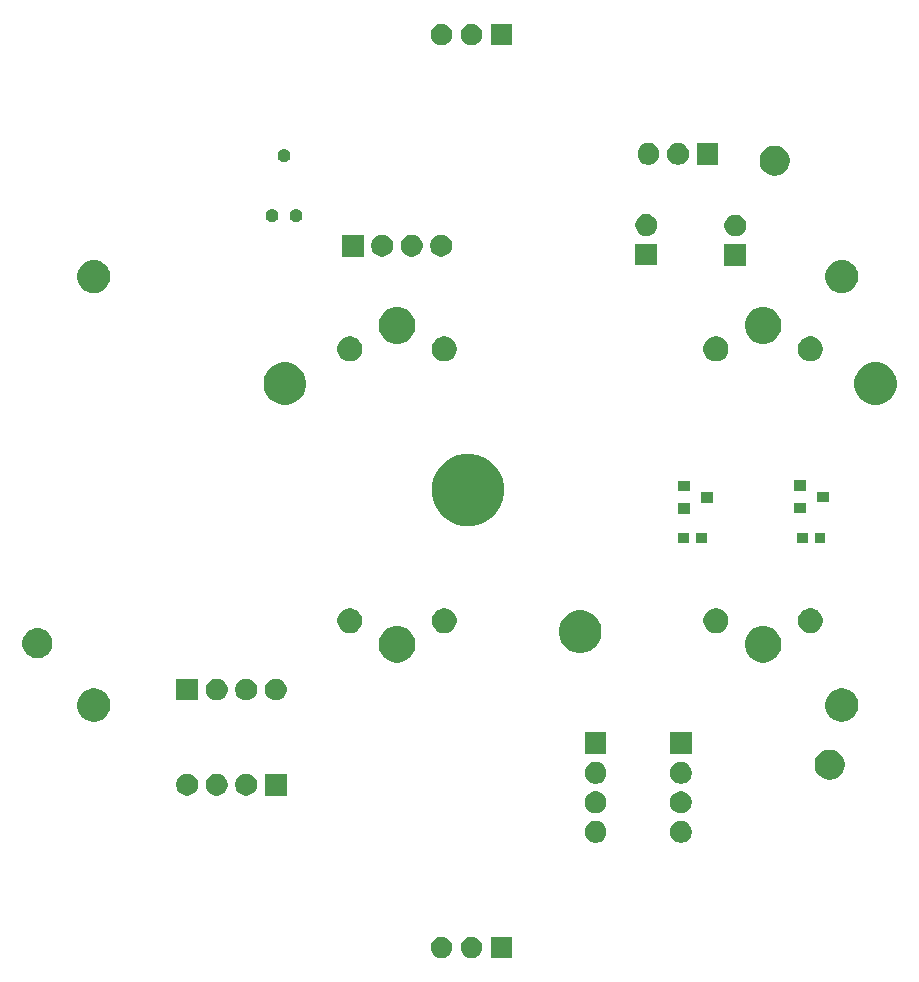
<source format=gbr>
G04 #@! TF.GenerationSoftware,KiCad,Pcbnew,(5.1.5)-3*
G04 #@! TF.CreationDate,2020-09-03T11:23:44+02:00*
G04 #@! TF.ProjectId,StepperClockK02,53746570-7065-4724-936c-6f636b4b3032,v1.5*
G04 #@! TF.SameCoordinates,Original*
G04 #@! TF.FileFunction,Soldermask,Bot*
G04 #@! TF.FilePolarity,Negative*
%FSLAX46Y46*%
G04 Gerber Fmt 4.6, Leading zero omitted, Abs format (unit mm)*
G04 Created by KiCad (PCBNEW (5.1.5)-3) date 2020-09-03 11:23:44*
%MOMM*%
%LPD*%
G04 APERTURE LIST*
%ADD10C,0.100000*%
G04 APERTURE END LIST*
D10*
G36*
X104278800Y-182451740D02*
G01*
X102476800Y-182451740D01*
X102476800Y-180649740D01*
X104278800Y-180649740D01*
X104278800Y-182451740D01*
G37*
G36*
X100951312Y-180654667D02*
G01*
X101100612Y-180684364D01*
X101264584Y-180752284D01*
X101412154Y-180850887D01*
X101537653Y-180976386D01*
X101636256Y-181123956D01*
X101704176Y-181287928D01*
X101738800Y-181461999D01*
X101738800Y-181639481D01*
X101704176Y-181813552D01*
X101636256Y-181977524D01*
X101537653Y-182125094D01*
X101412154Y-182250593D01*
X101264584Y-182349196D01*
X101100612Y-182417116D01*
X100951312Y-182446813D01*
X100926542Y-182451740D01*
X100749058Y-182451740D01*
X100724288Y-182446813D01*
X100574988Y-182417116D01*
X100411016Y-182349196D01*
X100263446Y-182250593D01*
X100137947Y-182125094D01*
X100039344Y-181977524D01*
X99971424Y-181813552D01*
X99936800Y-181639481D01*
X99936800Y-181461999D01*
X99971424Y-181287928D01*
X100039344Y-181123956D01*
X100137947Y-180976386D01*
X100263446Y-180850887D01*
X100411016Y-180752284D01*
X100574988Y-180684364D01*
X100724288Y-180654667D01*
X100749058Y-180649740D01*
X100926542Y-180649740D01*
X100951312Y-180654667D01*
G37*
G36*
X98411312Y-180654667D02*
G01*
X98560612Y-180684364D01*
X98724584Y-180752284D01*
X98872154Y-180850887D01*
X98997653Y-180976386D01*
X99096256Y-181123956D01*
X99164176Y-181287928D01*
X99198800Y-181461999D01*
X99198800Y-181639481D01*
X99164176Y-181813552D01*
X99096256Y-181977524D01*
X98997653Y-182125094D01*
X98872154Y-182250593D01*
X98724584Y-182349196D01*
X98560612Y-182417116D01*
X98411312Y-182446813D01*
X98386542Y-182451740D01*
X98209058Y-182451740D01*
X98184288Y-182446813D01*
X98034988Y-182417116D01*
X97871016Y-182349196D01*
X97723446Y-182250593D01*
X97597947Y-182125094D01*
X97499344Y-181977524D01*
X97431424Y-181813552D01*
X97396800Y-181639481D01*
X97396800Y-181461999D01*
X97431424Y-181287928D01*
X97499344Y-181123956D01*
X97597947Y-180976386D01*
X97723446Y-180850887D01*
X97871016Y-180752284D01*
X98034988Y-180684364D01*
X98184288Y-180654667D01*
X98209058Y-180649740D01*
X98386542Y-180649740D01*
X98411312Y-180654667D01*
G37*
G36*
X111615904Y-170880325D02*
G01*
X111784426Y-170950129D01*
X111936091Y-171051468D01*
X112065072Y-171180449D01*
X112166411Y-171332114D01*
X112236215Y-171500636D01*
X112271800Y-171679537D01*
X112271800Y-171861943D01*
X112236215Y-172040844D01*
X112166411Y-172209366D01*
X112065072Y-172361031D01*
X111936091Y-172490012D01*
X111784426Y-172591351D01*
X111615904Y-172661155D01*
X111437003Y-172696740D01*
X111254597Y-172696740D01*
X111075696Y-172661155D01*
X110907174Y-172591351D01*
X110755509Y-172490012D01*
X110626528Y-172361031D01*
X110525189Y-172209366D01*
X110455385Y-172040844D01*
X110419800Y-171861943D01*
X110419800Y-171679537D01*
X110455385Y-171500636D01*
X110525189Y-171332114D01*
X110626528Y-171180449D01*
X110755509Y-171051468D01*
X110907174Y-170950129D01*
X111075696Y-170880325D01*
X111254597Y-170844740D01*
X111437003Y-170844740D01*
X111615904Y-170880325D01*
G37*
G36*
X118845904Y-170880325D02*
G01*
X119014426Y-170950129D01*
X119166091Y-171051468D01*
X119295072Y-171180449D01*
X119396411Y-171332114D01*
X119466215Y-171500636D01*
X119501800Y-171679537D01*
X119501800Y-171861943D01*
X119466215Y-172040844D01*
X119396411Y-172209366D01*
X119295072Y-172361031D01*
X119166091Y-172490012D01*
X119014426Y-172591351D01*
X118845904Y-172661155D01*
X118667003Y-172696740D01*
X118484597Y-172696740D01*
X118305696Y-172661155D01*
X118137174Y-172591351D01*
X117985509Y-172490012D01*
X117856528Y-172361031D01*
X117755189Y-172209366D01*
X117685385Y-172040844D01*
X117649800Y-171861943D01*
X117649800Y-171679537D01*
X117685385Y-171500636D01*
X117755189Y-171332114D01*
X117856528Y-171180449D01*
X117985509Y-171051468D01*
X118137174Y-170950129D01*
X118305696Y-170880325D01*
X118484597Y-170844740D01*
X118667003Y-170844740D01*
X118845904Y-170880325D01*
G37*
G36*
X118845904Y-168380325D02*
G01*
X119014426Y-168450129D01*
X119166091Y-168551468D01*
X119295072Y-168680449D01*
X119396411Y-168832114D01*
X119466215Y-169000636D01*
X119501800Y-169179537D01*
X119501800Y-169361943D01*
X119466215Y-169540844D01*
X119396411Y-169709366D01*
X119295072Y-169861031D01*
X119166091Y-169990012D01*
X119014426Y-170091351D01*
X118845904Y-170161155D01*
X118667003Y-170196740D01*
X118484597Y-170196740D01*
X118305696Y-170161155D01*
X118137174Y-170091351D01*
X117985509Y-169990012D01*
X117856528Y-169861031D01*
X117755189Y-169709366D01*
X117685385Y-169540844D01*
X117649800Y-169361943D01*
X117649800Y-169179537D01*
X117685385Y-169000636D01*
X117755189Y-168832114D01*
X117856528Y-168680449D01*
X117985509Y-168551468D01*
X118137174Y-168450129D01*
X118305696Y-168380325D01*
X118484597Y-168344740D01*
X118667003Y-168344740D01*
X118845904Y-168380325D01*
G37*
G36*
X111615904Y-168380325D02*
G01*
X111784426Y-168450129D01*
X111936091Y-168551468D01*
X112065072Y-168680449D01*
X112166411Y-168832114D01*
X112236215Y-169000636D01*
X112271800Y-169179537D01*
X112271800Y-169361943D01*
X112236215Y-169540844D01*
X112166411Y-169709366D01*
X112065072Y-169861031D01*
X111936091Y-169990012D01*
X111784426Y-170091351D01*
X111615904Y-170161155D01*
X111437003Y-170196740D01*
X111254597Y-170196740D01*
X111075696Y-170161155D01*
X110907174Y-170091351D01*
X110755509Y-169990012D01*
X110626528Y-169861031D01*
X110525189Y-169709366D01*
X110455385Y-169540844D01*
X110419800Y-169361943D01*
X110419800Y-169179537D01*
X110455385Y-169000636D01*
X110525189Y-168832114D01*
X110626528Y-168680449D01*
X110755509Y-168551468D01*
X110907174Y-168450129D01*
X111075696Y-168380325D01*
X111254597Y-168344740D01*
X111437003Y-168344740D01*
X111615904Y-168380325D01*
G37*
G36*
X82035904Y-166880325D02*
G01*
X82204426Y-166950129D01*
X82356091Y-167051468D01*
X82485072Y-167180449D01*
X82586411Y-167332114D01*
X82656215Y-167500636D01*
X82691800Y-167679537D01*
X82691800Y-167861943D01*
X82656215Y-168040844D01*
X82586411Y-168209366D01*
X82485072Y-168361031D01*
X82356091Y-168490012D01*
X82204426Y-168591351D01*
X82035904Y-168661155D01*
X81857003Y-168696740D01*
X81674597Y-168696740D01*
X81495696Y-168661155D01*
X81327174Y-168591351D01*
X81175509Y-168490012D01*
X81046528Y-168361031D01*
X80945189Y-168209366D01*
X80875385Y-168040844D01*
X80839800Y-167861943D01*
X80839800Y-167679537D01*
X80875385Y-167500636D01*
X80945189Y-167332114D01*
X81046528Y-167180449D01*
X81175509Y-167051468D01*
X81327174Y-166950129D01*
X81495696Y-166880325D01*
X81674597Y-166844740D01*
X81857003Y-166844740D01*
X82035904Y-166880325D01*
G37*
G36*
X79535904Y-166880325D02*
G01*
X79704426Y-166950129D01*
X79856091Y-167051468D01*
X79985072Y-167180449D01*
X80086411Y-167332114D01*
X80156215Y-167500636D01*
X80191800Y-167679537D01*
X80191800Y-167861943D01*
X80156215Y-168040844D01*
X80086411Y-168209366D01*
X79985072Y-168361031D01*
X79856091Y-168490012D01*
X79704426Y-168591351D01*
X79535904Y-168661155D01*
X79357003Y-168696740D01*
X79174597Y-168696740D01*
X78995696Y-168661155D01*
X78827174Y-168591351D01*
X78675509Y-168490012D01*
X78546528Y-168361031D01*
X78445189Y-168209366D01*
X78375385Y-168040844D01*
X78339800Y-167861943D01*
X78339800Y-167679537D01*
X78375385Y-167500636D01*
X78445189Y-167332114D01*
X78546528Y-167180449D01*
X78675509Y-167051468D01*
X78827174Y-166950129D01*
X78995696Y-166880325D01*
X79174597Y-166844740D01*
X79357003Y-166844740D01*
X79535904Y-166880325D01*
G37*
G36*
X77035904Y-166880325D02*
G01*
X77204426Y-166950129D01*
X77356091Y-167051468D01*
X77485072Y-167180449D01*
X77586411Y-167332114D01*
X77656215Y-167500636D01*
X77691800Y-167679537D01*
X77691800Y-167861943D01*
X77656215Y-168040844D01*
X77586411Y-168209366D01*
X77485072Y-168361031D01*
X77356091Y-168490012D01*
X77204426Y-168591351D01*
X77035904Y-168661155D01*
X76857003Y-168696740D01*
X76674597Y-168696740D01*
X76495696Y-168661155D01*
X76327174Y-168591351D01*
X76175509Y-168490012D01*
X76046528Y-168361031D01*
X75945189Y-168209366D01*
X75875385Y-168040844D01*
X75839800Y-167861943D01*
X75839800Y-167679537D01*
X75875385Y-167500636D01*
X75945189Y-167332114D01*
X76046528Y-167180449D01*
X76175509Y-167051468D01*
X76327174Y-166950129D01*
X76495696Y-166880325D01*
X76674597Y-166844740D01*
X76857003Y-166844740D01*
X77035904Y-166880325D01*
G37*
G36*
X85191800Y-168696740D02*
G01*
X83339800Y-168696740D01*
X83339800Y-166844740D01*
X85191800Y-166844740D01*
X85191800Y-168696740D01*
G37*
G36*
X111615904Y-165880325D02*
G01*
X111784426Y-165950129D01*
X111936091Y-166051468D01*
X112065072Y-166180449D01*
X112166411Y-166332114D01*
X112236215Y-166500636D01*
X112271800Y-166679537D01*
X112271800Y-166861943D01*
X112236215Y-167040844D01*
X112166411Y-167209366D01*
X112065072Y-167361031D01*
X111936091Y-167490012D01*
X111784426Y-167591351D01*
X111615904Y-167661155D01*
X111437003Y-167696740D01*
X111254597Y-167696740D01*
X111075696Y-167661155D01*
X110907174Y-167591351D01*
X110755509Y-167490012D01*
X110626528Y-167361031D01*
X110525189Y-167209366D01*
X110455385Y-167040844D01*
X110419800Y-166861943D01*
X110419800Y-166679537D01*
X110455385Y-166500636D01*
X110525189Y-166332114D01*
X110626528Y-166180449D01*
X110755509Y-166051468D01*
X110907174Y-165950129D01*
X111075696Y-165880325D01*
X111254597Y-165844740D01*
X111437003Y-165844740D01*
X111615904Y-165880325D01*
G37*
G36*
X118845904Y-165880325D02*
G01*
X119014426Y-165950129D01*
X119166091Y-166051468D01*
X119295072Y-166180449D01*
X119396411Y-166332114D01*
X119466215Y-166500636D01*
X119501800Y-166679537D01*
X119501800Y-166861943D01*
X119466215Y-167040844D01*
X119396411Y-167209366D01*
X119295072Y-167361031D01*
X119166091Y-167490012D01*
X119014426Y-167591351D01*
X118845904Y-167661155D01*
X118667003Y-167696740D01*
X118484597Y-167696740D01*
X118305696Y-167661155D01*
X118137174Y-167591351D01*
X117985509Y-167490012D01*
X117856528Y-167361031D01*
X117755189Y-167209366D01*
X117685385Y-167040844D01*
X117649800Y-166861943D01*
X117649800Y-166679537D01*
X117685385Y-166500636D01*
X117755189Y-166332114D01*
X117856528Y-166180449D01*
X117985509Y-166051468D01*
X118137174Y-165950129D01*
X118305696Y-165880325D01*
X118484597Y-165844740D01*
X118667003Y-165844740D01*
X118845904Y-165880325D01*
G37*
G36*
X131413565Y-164825143D02*
G01*
X131536245Y-164849545D01*
X131767371Y-164945281D01*
X131975378Y-165084267D01*
X132152273Y-165261162D01*
X132291259Y-165469169D01*
X132386995Y-165700295D01*
X132435800Y-165945656D01*
X132435800Y-166195824D01*
X132386995Y-166441185D01*
X132291259Y-166672311D01*
X132221295Y-166777019D01*
X132176046Y-166844740D01*
X132152273Y-166880318D01*
X131975378Y-167057213D01*
X131767371Y-167196199D01*
X131536245Y-167291935D01*
X131413564Y-167316338D01*
X131290885Y-167340740D01*
X131040715Y-167340740D01*
X130918036Y-167316338D01*
X130795355Y-167291935D01*
X130564229Y-167196199D01*
X130356222Y-167057213D01*
X130179327Y-166880318D01*
X130155555Y-166844740D01*
X130110305Y-166777019D01*
X130040341Y-166672311D01*
X129944605Y-166441185D01*
X129895800Y-166195824D01*
X129895800Y-165945656D01*
X129944605Y-165700295D01*
X130040341Y-165469169D01*
X130179327Y-165261162D01*
X130356222Y-165084267D01*
X130564229Y-164945281D01*
X130795355Y-164849545D01*
X130918035Y-164825143D01*
X131040715Y-164800740D01*
X131290885Y-164800740D01*
X131413565Y-164825143D01*
G37*
G36*
X112271800Y-165196740D02*
G01*
X110419800Y-165196740D01*
X110419800Y-163344740D01*
X112271800Y-163344740D01*
X112271800Y-165196740D01*
G37*
G36*
X119501800Y-165196740D02*
G01*
X117649800Y-165196740D01*
X117649800Y-163344740D01*
X119501800Y-163344740D01*
X119501800Y-165196740D01*
G37*
G36*
X132504233Y-159665633D02*
G01*
X132594457Y-159683579D01*
X132700067Y-159727325D01*
X132849421Y-159789189D01*
X132925563Y-159840065D01*
X133078886Y-159942512D01*
X133274028Y-160137654D01*
X133288535Y-160159366D01*
X133427351Y-160367119D01*
X133457544Y-160440011D01*
X133532961Y-160622083D01*
X133550907Y-160712307D01*
X133586800Y-160892752D01*
X133586800Y-161168728D01*
X133532961Y-161439396D01*
X133427351Y-161694361D01*
X133427350Y-161694362D01*
X133274028Y-161923826D01*
X133078886Y-162118968D01*
X132925563Y-162221415D01*
X132849421Y-162272291D01*
X132700067Y-162334155D01*
X132594457Y-162377901D01*
X132504233Y-162395847D01*
X132323788Y-162431740D01*
X132047812Y-162431740D01*
X131867367Y-162395847D01*
X131777143Y-162377901D01*
X131671533Y-162334155D01*
X131522179Y-162272291D01*
X131446037Y-162221415D01*
X131292714Y-162118968D01*
X131097572Y-161923826D01*
X130944250Y-161694362D01*
X130944249Y-161694361D01*
X130838639Y-161439396D01*
X130784800Y-161168728D01*
X130784800Y-160892752D01*
X130820693Y-160712307D01*
X130838639Y-160622083D01*
X130914056Y-160440011D01*
X130944249Y-160367119D01*
X131083065Y-160159366D01*
X131097572Y-160137654D01*
X131292714Y-159942512D01*
X131446037Y-159840065D01*
X131522179Y-159789189D01*
X131671533Y-159727325D01*
X131777143Y-159683579D01*
X131867367Y-159665633D01*
X132047812Y-159629740D01*
X132323788Y-159629740D01*
X132504233Y-159665633D01*
G37*
G36*
X69184233Y-159665633D02*
G01*
X69274457Y-159683579D01*
X69380067Y-159727325D01*
X69529421Y-159789189D01*
X69605563Y-159840065D01*
X69758886Y-159942512D01*
X69954028Y-160137654D01*
X69968535Y-160159366D01*
X70107351Y-160367119D01*
X70137544Y-160440011D01*
X70212961Y-160622083D01*
X70230907Y-160712307D01*
X70266800Y-160892752D01*
X70266800Y-161168728D01*
X70212961Y-161439396D01*
X70107351Y-161694361D01*
X70107350Y-161694362D01*
X69954028Y-161923826D01*
X69758886Y-162118968D01*
X69605563Y-162221415D01*
X69529421Y-162272291D01*
X69380067Y-162334155D01*
X69274457Y-162377901D01*
X69184233Y-162395847D01*
X69003788Y-162431740D01*
X68727812Y-162431740D01*
X68547367Y-162395847D01*
X68457143Y-162377901D01*
X68351533Y-162334155D01*
X68202179Y-162272291D01*
X68126037Y-162221415D01*
X67972714Y-162118968D01*
X67777572Y-161923826D01*
X67624250Y-161694362D01*
X67624249Y-161694361D01*
X67518639Y-161439396D01*
X67464800Y-161168728D01*
X67464800Y-160892752D01*
X67500693Y-160712307D01*
X67518639Y-160622083D01*
X67594056Y-160440011D01*
X67624249Y-160367119D01*
X67763065Y-160159366D01*
X67777572Y-160137654D01*
X67972714Y-159942512D01*
X68126037Y-159840065D01*
X68202179Y-159789189D01*
X68351533Y-159727325D01*
X68457143Y-159683579D01*
X68547367Y-159665633D01*
X68727812Y-159629740D01*
X69003788Y-159629740D01*
X69184233Y-159665633D01*
G37*
G36*
X84535904Y-158830325D02*
G01*
X84704426Y-158900129D01*
X84856091Y-159001468D01*
X84985072Y-159130449D01*
X85086411Y-159282114D01*
X85156215Y-159450636D01*
X85191800Y-159629537D01*
X85191800Y-159811943D01*
X85156215Y-159990844D01*
X85086411Y-160159366D01*
X84985072Y-160311031D01*
X84856091Y-160440012D01*
X84704426Y-160541351D01*
X84535904Y-160611155D01*
X84357003Y-160646740D01*
X84174597Y-160646740D01*
X83995696Y-160611155D01*
X83827174Y-160541351D01*
X83675509Y-160440012D01*
X83546528Y-160311031D01*
X83445189Y-160159366D01*
X83375385Y-159990844D01*
X83339800Y-159811943D01*
X83339800Y-159629537D01*
X83375385Y-159450636D01*
X83445189Y-159282114D01*
X83546528Y-159130449D01*
X83675509Y-159001468D01*
X83827174Y-158900129D01*
X83995696Y-158830325D01*
X84174597Y-158794740D01*
X84357003Y-158794740D01*
X84535904Y-158830325D01*
G37*
G36*
X77691800Y-160646740D02*
G01*
X75839800Y-160646740D01*
X75839800Y-158794740D01*
X77691800Y-158794740D01*
X77691800Y-160646740D01*
G37*
G36*
X79535904Y-158830325D02*
G01*
X79704426Y-158900129D01*
X79856091Y-159001468D01*
X79985072Y-159130449D01*
X80086411Y-159282114D01*
X80156215Y-159450636D01*
X80191800Y-159629537D01*
X80191800Y-159811943D01*
X80156215Y-159990844D01*
X80086411Y-160159366D01*
X79985072Y-160311031D01*
X79856091Y-160440012D01*
X79704426Y-160541351D01*
X79535904Y-160611155D01*
X79357003Y-160646740D01*
X79174597Y-160646740D01*
X78995696Y-160611155D01*
X78827174Y-160541351D01*
X78675509Y-160440012D01*
X78546528Y-160311031D01*
X78445189Y-160159366D01*
X78375385Y-159990844D01*
X78339800Y-159811943D01*
X78339800Y-159629537D01*
X78375385Y-159450636D01*
X78445189Y-159282114D01*
X78546528Y-159130449D01*
X78675509Y-159001468D01*
X78827174Y-158900129D01*
X78995696Y-158830325D01*
X79174597Y-158794740D01*
X79357003Y-158794740D01*
X79535904Y-158830325D01*
G37*
G36*
X82035904Y-158830325D02*
G01*
X82204426Y-158900129D01*
X82356091Y-159001468D01*
X82485072Y-159130449D01*
X82586411Y-159282114D01*
X82656215Y-159450636D01*
X82691800Y-159629537D01*
X82691800Y-159811943D01*
X82656215Y-159990844D01*
X82586411Y-160159366D01*
X82485072Y-160311031D01*
X82356091Y-160440012D01*
X82204426Y-160541351D01*
X82035904Y-160611155D01*
X81857003Y-160646740D01*
X81674597Y-160646740D01*
X81495696Y-160611155D01*
X81327174Y-160541351D01*
X81175509Y-160440012D01*
X81046528Y-160311031D01*
X80945189Y-160159366D01*
X80875385Y-159990844D01*
X80839800Y-159811943D01*
X80839800Y-159629537D01*
X80875385Y-159450636D01*
X80945189Y-159282114D01*
X81046528Y-159130449D01*
X81175509Y-159001468D01*
X81327174Y-158900129D01*
X81495696Y-158830325D01*
X81674597Y-158794740D01*
X81857003Y-158794740D01*
X82035904Y-158830325D01*
G37*
G36*
X94838385Y-154359542D02*
G01*
X94988210Y-154389344D01*
X95270474Y-154506261D01*
X95524505Y-154675999D01*
X95740541Y-154892035D01*
X95910279Y-155146066D01*
X96027196Y-155428330D01*
X96086800Y-155727980D01*
X96086800Y-156033500D01*
X96027196Y-156333150D01*
X95910279Y-156615414D01*
X95740541Y-156869445D01*
X95524505Y-157085481D01*
X95270474Y-157255219D01*
X94988210Y-157372136D01*
X94838385Y-157401938D01*
X94688561Y-157431740D01*
X94383039Y-157431740D01*
X94233215Y-157401938D01*
X94083390Y-157372136D01*
X93801126Y-157255219D01*
X93547095Y-157085481D01*
X93331059Y-156869445D01*
X93161321Y-156615414D01*
X93044404Y-156333150D01*
X92984800Y-156033500D01*
X92984800Y-155727980D01*
X93044404Y-155428330D01*
X93161321Y-155146066D01*
X93331059Y-154892035D01*
X93547095Y-154675999D01*
X93801126Y-154506261D01*
X94083390Y-154389344D01*
X94233215Y-154359542D01*
X94383039Y-154329740D01*
X94688561Y-154329740D01*
X94838385Y-154359542D01*
G37*
G36*
X125838385Y-154359542D02*
G01*
X125988210Y-154389344D01*
X126270474Y-154506261D01*
X126524505Y-154675999D01*
X126740541Y-154892035D01*
X126910279Y-155146066D01*
X127027196Y-155428330D01*
X127086800Y-155727980D01*
X127086800Y-156033500D01*
X127027196Y-156333150D01*
X126910279Y-156615414D01*
X126740541Y-156869445D01*
X126524505Y-157085481D01*
X126270474Y-157255219D01*
X125988210Y-157372136D01*
X125838385Y-157401938D01*
X125688561Y-157431740D01*
X125383039Y-157431740D01*
X125233215Y-157401938D01*
X125083390Y-157372136D01*
X124801126Y-157255219D01*
X124547095Y-157085481D01*
X124331059Y-156869445D01*
X124161321Y-156615414D01*
X124044404Y-156333150D01*
X123984800Y-156033500D01*
X123984800Y-155727980D01*
X124044404Y-155428330D01*
X124161321Y-155146066D01*
X124331059Y-154892035D01*
X124547095Y-154675999D01*
X124801126Y-154506261D01*
X125083390Y-154389344D01*
X125233215Y-154359542D01*
X125383039Y-154329740D01*
X125688561Y-154329740D01*
X125838385Y-154359542D01*
G37*
G36*
X64343564Y-154545142D02*
G01*
X64466245Y-154569545D01*
X64697371Y-154665281D01*
X64905378Y-154804267D01*
X65082273Y-154981162D01*
X65221259Y-155189169D01*
X65316995Y-155420295D01*
X65365800Y-155665656D01*
X65365800Y-155915824D01*
X65316995Y-156161185D01*
X65221259Y-156392311D01*
X65082273Y-156600318D01*
X64905378Y-156777213D01*
X64697371Y-156916199D01*
X64466245Y-157011935D01*
X64343565Y-157036337D01*
X64220885Y-157060740D01*
X63970715Y-157060740D01*
X63848035Y-157036337D01*
X63725355Y-157011935D01*
X63494229Y-156916199D01*
X63286222Y-156777213D01*
X63109327Y-156600318D01*
X62970341Y-156392311D01*
X62874605Y-156161185D01*
X62825800Y-155915824D01*
X62825800Y-155665656D01*
X62874605Y-155420295D01*
X62970341Y-155189169D01*
X63109327Y-154981162D01*
X63286222Y-154804267D01*
X63494229Y-154665281D01*
X63725355Y-154569545D01*
X63848036Y-154545142D01*
X63970715Y-154520740D01*
X64220885Y-154520740D01*
X64343564Y-154545142D01*
G37*
G36*
X110571131Y-153088951D02*
G01*
X110898892Y-153224714D01*
X111193870Y-153421812D01*
X111444728Y-153672670D01*
X111641826Y-153967648D01*
X111777589Y-154295409D01*
X111846800Y-154643356D01*
X111846800Y-154998124D01*
X111777589Y-155346071D01*
X111641826Y-155673832D01*
X111444728Y-155968810D01*
X111193870Y-156219668D01*
X110898892Y-156416766D01*
X110571131Y-156552529D01*
X110223184Y-156621740D01*
X109868416Y-156621740D01*
X109520469Y-156552529D01*
X109192708Y-156416766D01*
X108897730Y-156219668D01*
X108646872Y-155968810D01*
X108449774Y-155673832D01*
X108314011Y-155346071D01*
X108244800Y-154998124D01*
X108244800Y-154643356D01*
X108314011Y-154295409D01*
X108449774Y-153967648D01*
X108646872Y-153672670D01*
X108897730Y-153421812D01*
X109192708Y-153224714D01*
X109520469Y-153088951D01*
X109868416Y-153019740D01*
X110223184Y-153019740D01*
X110571131Y-153088951D01*
G37*
G36*
X121842364Y-152870129D02*
G01*
X122033633Y-152949355D01*
X122033635Y-152949356D01*
X122138972Y-153019740D01*
X122205773Y-153064375D01*
X122352165Y-153210767D01*
X122467185Y-153382907D01*
X122546411Y-153574176D01*
X122586800Y-153777224D01*
X122586800Y-153984256D01*
X122546411Y-154187304D01*
X122487412Y-154329740D01*
X122467184Y-154378575D01*
X122352165Y-154550713D01*
X122205773Y-154697105D01*
X122033635Y-154812124D01*
X122033634Y-154812125D01*
X122033633Y-154812125D01*
X121842364Y-154891351D01*
X121639316Y-154931740D01*
X121432284Y-154931740D01*
X121229236Y-154891351D01*
X121037967Y-154812125D01*
X121037966Y-154812125D01*
X121037965Y-154812124D01*
X120865827Y-154697105D01*
X120719435Y-154550713D01*
X120604416Y-154378575D01*
X120584188Y-154329740D01*
X120525189Y-154187304D01*
X120484800Y-153984256D01*
X120484800Y-153777224D01*
X120525189Y-153574176D01*
X120604415Y-153382907D01*
X120719435Y-153210767D01*
X120865827Y-153064375D01*
X120932628Y-153019740D01*
X121037965Y-152949356D01*
X121037967Y-152949355D01*
X121229236Y-152870129D01*
X121432284Y-152829740D01*
X121639316Y-152829740D01*
X121842364Y-152870129D01*
G37*
G36*
X129842364Y-152870129D02*
G01*
X130033633Y-152949355D01*
X130033635Y-152949356D01*
X130138972Y-153019740D01*
X130205773Y-153064375D01*
X130352165Y-153210767D01*
X130467185Y-153382907D01*
X130546411Y-153574176D01*
X130586800Y-153777224D01*
X130586800Y-153984256D01*
X130546411Y-154187304D01*
X130487412Y-154329740D01*
X130467184Y-154378575D01*
X130352165Y-154550713D01*
X130205773Y-154697105D01*
X130033635Y-154812124D01*
X130033634Y-154812125D01*
X130033633Y-154812125D01*
X129842364Y-154891351D01*
X129639316Y-154931740D01*
X129432284Y-154931740D01*
X129229236Y-154891351D01*
X129037967Y-154812125D01*
X129037966Y-154812125D01*
X129037965Y-154812124D01*
X128865827Y-154697105D01*
X128719435Y-154550713D01*
X128604416Y-154378575D01*
X128584188Y-154329740D01*
X128525189Y-154187304D01*
X128484800Y-153984256D01*
X128484800Y-153777224D01*
X128525189Y-153574176D01*
X128604415Y-153382907D01*
X128719435Y-153210767D01*
X128865827Y-153064375D01*
X128932628Y-153019740D01*
X129037965Y-152949356D01*
X129037967Y-152949355D01*
X129229236Y-152870129D01*
X129432284Y-152829740D01*
X129639316Y-152829740D01*
X129842364Y-152870129D01*
G37*
G36*
X98842364Y-152870129D02*
G01*
X99033633Y-152949355D01*
X99033635Y-152949356D01*
X99138972Y-153019740D01*
X99205773Y-153064375D01*
X99352165Y-153210767D01*
X99467185Y-153382907D01*
X99546411Y-153574176D01*
X99586800Y-153777224D01*
X99586800Y-153984256D01*
X99546411Y-154187304D01*
X99487412Y-154329740D01*
X99467184Y-154378575D01*
X99352165Y-154550713D01*
X99205773Y-154697105D01*
X99033635Y-154812124D01*
X99033634Y-154812125D01*
X99033633Y-154812125D01*
X98842364Y-154891351D01*
X98639316Y-154931740D01*
X98432284Y-154931740D01*
X98229236Y-154891351D01*
X98037967Y-154812125D01*
X98037966Y-154812125D01*
X98037965Y-154812124D01*
X97865827Y-154697105D01*
X97719435Y-154550713D01*
X97604416Y-154378575D01*
X97584188Y-154329740D01*
X97525189Y-154187304D01*
X97484800Y-153984256D01*
X97484800Y-153777224D01*
X97525189Y-153574176D01*
X97604415Y-153382907D01*
X97719435Y-153210767D01*
X97865827Y-153064375D01*
X97932628Y-153019740D01*
X98037965Y-152949356D01*
X98037967Y-152949355D01*
X98229236Y-152870129D01*
X98432284Y-152829740D01*
X98639316Y-152829740D01*
X98842364Y-152870129D01*
G37*
G36*
X90842364Y-152870129D02*
G01*
X91033633Y-152949355D01*
X91033635Y-152949356D01*
X91138972Y-153019740D01*
X91205773Y-153064375D01*
X91352165Y-153210767D01*
X91467185Y-153382907D01*
X91546411Y-153574176D01*
X91586800Y-153777224D01*
X91586800Y-153984256D01*
X91546411Y-154187304D01*
X91487412Y-154329740D01*
X91467184Y-154378575D01*
X91352165Y-154550713D01*
X91205773Y-154697105D01*
X91033635Y-154812124D01*
X91033634Y-154812125D01*
X91033633Y-154812125D01*
X90842364Y-154891351D01*
X90639316Y-154931740D01*
X90432284Y-154931740D01*
X90229236Y-154891351D01*
X90037967Y-154812125D01*
X90037966Y-154812125D01*
X90037965Y-154812124D01*
X89865827Y-154697105D01*
X89719435Y-154550713D01*
X89604416Y-154378575D01*
X89584188Y-154329740D01*
X89525189Y-154187304D01*
X89484800Y-153984256D01*
X89484800Y-153777224D01*
X89525189Y-153574176D01*
X89604415Y-153382907D01*
X89719435Y-153210767D01*
X89865827Y-153064375D01*
X89932628Y-153019740D01*
X90037965Y-152949356D01*
X90037967Y-152949355D01*
X90229236Y-152870129D01*
X90432284Y-152829740D01*
X90639316Y-152829740D01*
X90842364Y-152870129D01*
G37*
G36*
X120756800Y-147286740D02*
G01*
X119854800Y-147286740D01*
X119854800Y-146434740D01*
X120756800Y-146434740D01*
X120756800Y-147286740D01*
G37*
G36*
X119256800Y-147286740D02*
G01*
X118354800Y-147286740D01*
X118354800Y-146434740D01*
X119256800Y-146434740D01*
X119256800Y-147286740D01*
G37*
G36*
X130796800Y-147286740D02*
G01*
X129894800Y-147286740D01*
X129894800Y-146434740D01*
X130796800Y-146434740D01*
X130796800Y-147286740D01*
G37*
G36*
X129296800Y-147286740D02*
G01*
X128394800Y-147286740D01*
X128394800Y-146434740D01*
X129296800Y-146434740D01*
X129296800Y-147286740D01*
G37*
G36*
X101425743Y-139886988D02*
G01*
X101980989Y-140116978D01*
X101980990Y-140116979D01*
X102480699Y-140450874D01*
X102905666Y-140875841D01*
X102905667Y-140875843D01*
X103239562Y-141375551D01*
X103469552Y-141930797D01*
X103586800Y-142520241D01*
X103586800Y-143121239D01*
X103469552Y-143710683D01*
X103239562Y-144265929D01*
X103239561Y-144265930D01*
X102905666Y-144765639D01*
X102480699Y-145190606D01*
X102229147Y-145358688D01*
X101980989Y-145524502D01*
X101425743Y-145754492D01*
X100836299Y-145871740D01*
X100235301Y-145871740D01*
X99645857Y-145754492D01*
X99090611Y-145524502D01*
X98842453Y-145358688D01*
X98590901Y-145190606D01*
X98165934Y-144765639D01*
X97832039Y-144265930D01*
X97832038Y-144265929D01*
X97602048Y-143710683D01*
X97484800Y-143121239D01*
X97484800Y-142520241D01*
X97602048Y-141930797D01*
X97832038Y-141375551D01*
X98165933Y-140875843D01*
X98165934Y-140875841D01*
X98590901Y-140450874D01*
X99090610Y-140116979D01*
X99090611Y-140116978D01*
X99645857Y-139886988D01*
X100235301Y-139769740D01*
X100836299Y-139769740D01*
X101425743Y-139886988D01*
G37*
G36*
X119316800Y-144851740D02*
G01*
X118314800Y-144851740D01*
X118314800Y-143949740D01*
X119316800Y-143949740D01*
X119316800Y-144851740D01*
G37*
G36*
X129136800Y-144811740D02*
G01*
X128134800Y-144811740D01*
X128134800Y-143909740D01*
X129136800Y-143909740D01*
X129136800Y-144811740D01*
G37*
G36*
X121316800Y-143901740D02*
G01*
X120314800Y-143901740D01*
X120314800Y-142999740D01*
X121316800Y-142999740D01*
X121316800Y-143901740D01*
G37*
G36*
X131136800Y-143861740D02*
G01*
X130134800Y-143861740D01*
X130134800Y-142959740D01*
X131136800Y-142959740D01*
X131136800Y-143861740D01*
G37*
G36*
X119316800Y-142951740D02*
G01*
X118314800Y-142951740D01*
X118314800Y-142049740D01*
X119316800Y-142049740D01*
X119316800Y-142951740D01*
G37*
G36*
X129136800Y-142911740D02*
G01*
X128134800Y-142911740D01*
X128134800Y-142009740D01*
X129136800Y-142009740D01*
X129136800Y-142911740D01*
G37*
G36*
X135571131Y-132088951D02*
G01*
X135898892Y-132224714D01*
X136193870Y-132421812D01*
X136444728Y-132672670D01*
X136641826Y-132967648D01*
X136777589Y-133295409D01*
X136846800Y-133643356D01*
X136846800Y-133998124D01*
X136777589Y-134346071D01*
X136641826Y-134673832D01*
X136444728Y-134968810D01*
X136193870Y-135219668D01*
X135898892Y-135416766D01*
X135571131Y-135552529D01*
X135223184Y-135621740D01*
X134868416Y-135621740D01*
X134520469Y-135552529D01*
X134192708Y-135416766D01*
X133897730Y-135219668D01*
X133646872Y-134968810D01*
X133449774Y-134673832D01*
X133314011Y-134346071D01*
X133244800Y-133998124D01*
X133244800Y-133643356D01*
X133314011Y-133295409D01*
X133449774Y-132967648D01*
X133646872Y-132672670D01*
X133897730Y-132421812D01*
X134192708Y-132224714D01*
X134520469Y-132088951D01*
X134868416Y-132019740D01*
X135223184Y-132019740D01*
X135571131Y-132088951D01*
G37*
G36*
X85571131Y-132088951D02*
G01*
X85898892Y-132224714D01*
X86193870Y-132421812D01*
X86444728Y-132672670D01*
X86641826Y-132967648D01*
X86777589Y-133295409D01*
X86846800Y-133643356D01*
X86846800Y-133998124D01*
X86777589Y-134346071D01*
X86641826Y-134673832D01*
X86444728Y-134968810D01*
X86193870Y-135219668D01*
X85898892Y-135416766D01*
X85571131Y-135552529D01*
X85223184Y-135621740D01*
X84868416Y-135621740D01*
X84520469Y-135552529D01*
X84192708Y-135416766D01*
X83897730Y-135219668D01*
X83646872Y-134968810D01*
X83449774Y-134673832D01*
X83314011Y-134346071D01*
X83244800Y-133998124D01*
X83244800Y-133643356D01*
X83314011Y-133295409D01*
X83449774Y-132967648D01*
X83646872Y-132672670D01*
X83897730Y-132421812D01*
X84192708Y-132224714D01*
X84520469Y-132088951D01*
X84868416Y-132019740D01*
X85223184Y-132019740D01*
X85571131Y-132088951D01*
G37*
G36*
X129842364Y-129870129D02*
G01*
X130033633Y-129949355D01*
X130033635Y-129949356D01*
X130205773Y-130064375D01*
X130352165Y-130210767D01*
X130467185Y-130382907D01*
X130546411Y-130574176D01*
X130586800Y-130777224D01*
X130586800Y-130984256D01*
X130546411Y-131187304D01*
X130467185Y-131378573D01*
X130467184Y-131378575D01*
X130352165Y-131550713D01*
X130205773Y-131697105D01*
X130033635Y-131812124D01*
X130033634Y-131812125D01*
X130033633Y-131812125D01*
X129842364Y-131891351D01*
X129639316Y-131931740D01*
X129432284Y-131931740D01*
X129229236Y-131891351D01*
X129037967Y-131812125D01*
X129037966Y-131812125D01*
X129037965Y-131812124D01*
X128865827Y-131697105D01*
X128719435Y-131550713D01*
X128604416Y-131378575D01*
X128604415Y-131378573D01*
X128525189Y-131187304D01*
X128484800Y-130984256D01*
X128484800Y-130777224D01*
X128525189Y-130574176D01*
X128604415Y-130382907D01*
X128719435Y-130210767D01*
X128865827Y-130064375D01*
X129037965Y-129949356D01*
X129037967Y-129949355D01*
X129229236Y-129870129D01*
X129432284Y-129829740D01*
X129639316Y-129829740D01*
X129842364Y-129870129D01*
G37*
G36*
X90842364Y-129870129D02*
G01*
X91033633Y-129949355D01*
X91033635Y-129949356D01*
X91205773Y-130064375D01*
X91352165Y-130210767D01*
X91467185Y-130382907D01*
X91546411Y-130574176D01*
X91586800Y-130777224D01*
X91586800Y-130984256D01*
X91546411Y-131187304D01*
X91467185Y-131378573D01*
X91467184Y-131378575D01*
X91352165Y-131550713D01*
X91205773Y-131697105D01*
X91033635Y-131812124D01*
X91033634Y-131812125D01*
X91033633Y-131812125D01*
X90842364Y-131891351D01*
X90639316Y-131931740D01*
X90432284Y-131931740D01*
X90229236Y-131891351D01*
X90037967Y-131812125D01*
X90037966Y-131812125D01*
X90037965Y-131812124D01*
X89865827Y-131697105D01*
X89719435Y-131550713D01*
X89604416Y-131378575D01*
X89604415Y-131378573D01*
X89525189Y-131187304D01*
X89484800Y-130984256D01*
X89484800Y-130777224D01*
X89525189Y-130574176D01*
X89604415Y-130382907D01*
X89719435Y-130210767D01*
X89865827Y-130064375D01*
X90037965Y-129949356D01*
X90037967Y-129949355D01*
X90229236Y-129870129D01*
X90432284Y-129829740D01*
X90639316Y-129829740D01*
X90842364Y-129870129D01*
G37*
G36*
X121842364Y-129870129D02*
G01*
X122033633Y-129949355D01*
X122033635Y-129949356D01*
X122205773Y-130064375D01*
X122352165Y-130210767D01*
X122467185Y-130382907D01*
X122546411Y-130574176D01*
X122586800Y-130777224D01*
X122586800Y-130984256D01*
X122546411Y-131187304D01*
X122467185Y-131378573D01*
X122467184Y-131378575D01*
X122352165Y-131550713D01*
X122205773Y-131697105D01*
X122033635Y-131812124D01*
X122033634Y-131812125D01*
X122033633Y-131812125D01*
X121842364Y-131891351D01*
X121639316Y-131931740D01*
X121432284Y-131931740D01*
X121229236Y-131891351D01*
X121037967Y-131812125D01*
X121037966Y-131812125D01*
X121037965Y-131812124D01*
X120865827Y-131697105D01*
X120719435Y-131550713D01*
X120604416Y-131378575D01*
X120604415Y-131378573D01*
X120525189Y-131187304D01*
X120484800Y-130984256D01*
X120484800Y-130777224D01*
X120525189Y-130574176D01*
X120604415Y-130382907D01*
X120719435Y-130210767D01*
X120865827Y-130064375D01*
X121037965Y-129949356D01*
X121037967Y-129949355D01*
X121229236Y-129870129D01*
X121432284Y-129829740D01*
X121639316Y-129829740D01*
X121842364Y-129870129D01*
G37*
G36*
X98842364Y-129870129D02*
G01*
X99033633Y-129949355D01*
X99033635Y-129949356D01*
X99205773Y-130064375D01*
X99352165Y-130210767D01*
X99467185Y-130382907D01*
X99546411Y-130574176D01*
X99586800Y-130777224D01*
X99586800Y-130984256D01*
X99546411Y-131187304D01*
X99467185Y-131378573D01*
X99467184Y-131378575D01*
X99352165Y-131550713D01*
X99205773Y-131697105D01*
X99033635Y-131812124D01*
X99033634Y-131812125D01*
X99033633Y-131812125D01*
X98842364Y-131891351D01*
X98639316Y-131931740D01*
X98432284Y-131931740D01*
X98229236Y-131891351D01*
X98037967Y-131812125D01*
X98037966Y-131812125D01*
X98037965Y-131812124D01*
X97865827Y-131697105D01*
X97719435Y-131550713D01*
X97604416Y-131378575D01*
X97604415Y-131378573D01*
X97525189Y-131187304D01*
X97484800Y-130984256D01*
X97484800Y-130777224D01*
X97525189Y-130574176D01*
X97604415Y-130382907D01*
X97719435Y-130210767D01*
X97865827Y-130064375D01*
X98037965Y-129949356D01*
X98037967Y-129949355D01*
X98229236Y-129870129D01*
X98432284Y-129829740D01*
X98639316Y-129829740D01*
X98842364Y-129870129D01*
G37*
G36*
X94838385Y-127359542D02*
G01*
X94988210Y-127389344D01*
X95270474Y-127506261D01*
X95524505Y-127675999D01*
X95740541Y-127892035D01*
X95910279Y-128146066D01*
X96027196Y-128428330D01*
X96086800Y-128727980D01*
X96086800Y-129033500D01*
X96027196Y-129333150D01*
X95910279Y-129615414D01*
X95740541Y-129869445D01*
X95524505Y-130085481D01*
X95270474Y-130255219D01*
X94988210Y-130372136D01*
X94934070Y-130382905D01*
X94688561Y-130431740D01*
X94383039Y-130431740D01*
X94137530Y-130382905D01*
X94083390Y-130372136D01*
X93801126Y-130255219D01*
X93547095Y-130085481D01*
X93331059Y-129869445D01*
X93161321Y-129615414D01*
X93044404Y-129333150D01*
X92984800Y-129033500D01*
X92984800Y-128727980D01*
X93044404Y-128428330D01*
X93161321Y-128146066D01*
X93331059Y-127892035D01*
X93547095Y-127675999D01*
X93801126Y-127506261D01*
X94083390Y-127389344D01*
X94233215Y-127359542D01*
X94383039Y-127329740D01*
X94688561Y-127329740D01*
X94838385Y-127359542D01*
G37*
G36*
X125838385Y-127359542D02*
G01*
X125988210Y-127389344D01*
X126270474Y-127506261D01*
X126524505Y-127675999D01*
X126740541Y-127892035D01*
X126910279Y-128146066D01*
X127027196Y-128428330D01*
X127086800Y-128727980D01*
X127086800Y-129033500D01*
X127027196Y-129333150D01*
X126910279Y-129615414D01*
X126740541Y-129869445D01*
X126524505Y-130085481D01*
X126270474Y-130255219D01*
X125988210Y-130372136D01*
X125934070Y-130382905D01*
X125688561Y-130431740D01*
X125383039Y-130431740D01*
X125137530Y-130382905D01*
X125083390Y-130372136D01*
X124801126Y-130255219D01*
X124547095Y-130085481D01*
X124331059Y-129869445D01*
X124161321Y-129615414D01*
X124044404Y-129333150D01*
X123984800Y-129033500D01*
X123984800Y-128727980D01*
X124044404Y-128428330D01*
X124161321Y-128146066D01*
X124331059Y-127892035D01*
X124547095Y-127675999D01*
X124801126Y-127506261D01*
X125083390Y-127389344D01*
X125233215Y-127359542D01*
X125383039Y-127329740D01*
X125688561Y-127329740D01*
X125838385Y-127359542D01*
G37*
G36*
X69184233Y-123385633D02*
G01*
X69274457Y-123403579D01*
X69380067Y-123447325D01*
X69529421Y-123509189D01*
X69529422Y-123509190D01*
X69758886Y-123662512D01*
X69954028Y-123857654D01*
X70056475Y-124010977D01*
X70107351Y-124087119D01*
X70212961Y-124342084D01*
X70266800Y-124612752D01*
X70266800Y-124888728D01*
X70212961Y-125159396D01*
X70107351Y-125414361D01*
X70107350Y-125414362D01*
X69954028Y-125643826D01*
X69758886Y-125838968D01*
X69605563Y-125941415D01*
X69529421Y-125992291D01*
X69380067Y-126054155D01*
X69274457Y-126097901D01*
X69184233Y-126115847D01*
X69003788Y-126151740D01*
X68727812Y-126151740D01*
X68547367Y-126115847D01*
X68457143Y-126097901D01*
X68351533Y-126054155D01*
X68202179Y-125992291D01*
X68126037Y-125941415D01*
X67972714Y-125838968D01*
X67777572Y-125643826D01*
X67624250Y-125414362D01*
X67624249Y-125414361D01*
X67518639Y-125159396D01*
X67464800Y-124888728D01*
X67464800Y-124612752D01*
X67518639Y-124342084D01*
X67624249Y-124087119D01*
X67675125Y-124010977D01*
X67777572Y-123857654D01*
X67972714Y-123662512D01*
X68202178Y-123509190D01*
X68202179Y-123509189D01*
X68351533Y-123447325D01*
X68457143Y-123403579D01*
X68547367Y-123385633D01*
X68727812Y-123349740D01*
X69003788Y-123349740D01*
X69184233Y-123385633D01*
G37*
G36*
X132504233Y-123385633D02*
G01*
X132594457Y-123403579D01*
X132700067Y-123447325D01*
X132849421Y-123509189D01*
X132849422Y-123509190D01*
X133078886Y-123662512D01*
X133274028Y-123857654D01*
X133376475Y-124010977D01*
X133427351Y-124087119D01*
X133532961Y-124342084D01*
X133586800Y-124612752D01*
X133586800Y-124888728D01*
X133532961Y-125159396D01*
X133427351Y-125414361D01*
X133427350Y-125414362D01*
X133274028Y-125643826D01*
X133078886Y-125838968D01*
X132925563Y-125941415D01*
X132849421Y-125992291D01*
X132700067Y-126054155D01*
X132594457Y-126097901D01*
X132504233Y-126115847D01*
X132323788Y-126151740D01*
X132047812Y-126151740D01*
X131867367Y-126115847D01*
X131777143Y-126097901D01*
X131671533Y-126054155D01*
X131522179Y-125992291D01*
X131446037Y-125941415D01*
X131292714Y-125838968D01*
X131097572Y-125643826D01*
X130944250Y-125414362D01*
X130944249Y-125414361D01*
X130838639Y-125159396D01*
X130784800Y-124888728D01*
X130784800Y-124612752D01*
X130838639Y-124342084D01*
X130944249Y-124087119D01*
X130995125Y-124010977D01*
X131097572Y-123857654D01*
X131292714Y-123662512D01*
X131522178Y-123509190D01*
X131522179Y-123509189D01*
X131671533Y-123447325D01*
X131777143Y-123403579D01*
X131867367Y-123385633D01*
X132047812Y-123349740D01*
X132323788Y-123349740D01*
X132504233Y-123385633D01*
G37*
G36*
X124111800Y-123856740D02*
G01*
X122259800Y-123856740D01*
X122259800Y-122004740D01*
X124111800Y-122004740D01*
X124111800Y-123856740D01*
G37*
G36*
X116561800Y-123816740D02*
G01*
X114709800Y-123816740D01*
X114709800Y-121964740D01*
X116561800Y-121964740D01*
X116561800Y-123816740D01*
G37*
G36*
X91701800Y-123056740D02*
G01*
X89849800Y-123056740D01*
X89849800Y-121204740D01*
X91701800Y-121204740D01*
X91701800Y-123056740D01*
G37*
G36*
X93545904Y-121240325D02*
G01*
X93714426Y-121310129D01*
X93866091Y-121411468D01*
X93995072Y-121540449D01*
X94096411Y-121692114D01*
X94166215Y-121860636D01*
X94201800Y-122039537D01*
X94201800Y-122221943D01*
X94166215Y-122400844D01*
X94096411Y-122569366D01*
X93995072Y-122721031D01*
X93866091Y-122850012D01*
X93714426Y-122951351D01*
X93545904Y-123021155D01*
X93367003Y-123056740D01*
X93184597Y-123056740D01*
X93005696Y-123021155D01*
X92837174Y-122951351D01*
X92685509Y-122850012D01*
X92556528Y-122721031D01*
X92455189Y-122569366D01*
X92385385Y-122400844D01*
X92349800Y-122221943D01*
X92349800Y-122039537D01*
X92385385Y-121860636D01*
X92455189Y-121692114D01*
X92556528Y-121540449D01*
X92685509Y-121411468D01*
X92837174Y-121310129D01*
X93005696Y-121240325D01*
X93184597Y-121204740D01*
X93367003Y-121204740D01*
X93545904Y-121240325D01*
G37*
G36*
X96045904Y-121240325D02*
G01*
X96214426Y-121310129D01*
X96366091Y-121411468D01*
X96495072Y-121540449D01*
X96596411Y-121692114D01*
X96666215Y-121860636D01*
X96701800Y-122039537D01*
X96701800Y-122221943D01*
X96666215Y-122400844D01*
X96596411Y-122569366D01*
X96495072Y-122721031D01*
X96366091Y-122850012D01*
X96214426Y-122951351D01*
X96045904Y-123021155D01*
X95867003Y-123056740D01*
X95684597Y-123056740D01*
X95505696Y-123021155D01*
X95337174Y-122951351D01*
X95185509Y-122850012D01*
X95056528Y-122721031D01*
X94955189Y-122569366D01*
X94885385Y-122400844D01*
X94849800Y-122221943D01*
X94849800Y-122039537D01*
X94885385Y-121860636D01*
X94955189Y-121692114D01*
X95056528Y-121540449D01*
X95185509Y-121411468D01*
X95337174Y-121310129D01*
X95505696Y-121240325D01*
X95684597Y-121204740D01*
X95867003Y-121204740D01*
X96045904Y-121240325D01*
G37*
G36*
X98545904Y-121240325D02*
G01*
X98714426Y-121310129D01*
X98866091Y-121411468D01*
X98995072Y-121540449D01*
X99096411Y-121692114D01*
X99166215Y-121860636D01*
X99201800Y-122039537D01*
X99201800Y-122221943D01*
X99166215Y-122400844D01*
X99096411Y-122569366D01*
X98995072Y-122721031D01*
X98866091Y-122850012D01*
X98714426Y-122951351D01*
X98545904Y-123021155D01*
X98367003Y-123056740D01*
X98184597Y-123056740D01*
X98005696Y-123021155D01*
X97837174Y-122951351D01*
X97685509Y-122850012D01*
X97556528Y-122721031D01*
X97455189Y-122569366D01*
X97385385Y-122400844D01*
X97349800Y-122221943D01*
X97349800Y-122039537D01*
X97385385Y-121860636D01*
X97455189Y-121692114D01*
X97556528Y-121540449D01*
X97685509Y-121411468D01*
X97837174Y-121310129D01*
X98005696Y-121240325D01*
X98184597Y-121204740D01*
X98367003Y-121204740D01*
X98545904Y-121240325D01*
G37*
G36*
X123455904Y-119540325D02*
G01*
X123624426Y-119610129D01*
X123776091Y-119711468D01*
X123905072Y-119840449D01*
X124006411Y-119992114D01*
X124076215Y-120160636D01*
X124111800Y-120339537D01*
X124111800Y-120521943D01*
X124076215Y-120700844D01*
X124006411Y-120869366D01*
X123905072Y-121021031D01*
X123776091Y-121150012D01*
X123624426Y-121251351D01*
X123455904Y-121321155D01*
X123277003Y-121356740D01*
X123094597Y-121356740D01*
X122915696Y-121321155D01*
X122747174Y-121251351D01*
X122595509Y-121150012D01*
X122466528Y-121021031D01*
X122365189Y-120869366D01*
X122295385Y-120700844D01*
X122259800Y-120521943D01*
X122259800Y-120339537D01*
X122295385Y-120160636D01*
X122365189Y-119992114D01*
X122466528Y-119840449D01*
X122595509Y-119711468D01*
X122747174Y-119610129D01*
X122915696Y-119540325D01*
X123094597Y-119504740D01*
X123277003Y-119504740D01*
X123455904Y-119540325D01*
G37*
G36*
X115905904Y-119500325D02*
G01*
X116074426Y-119570129D01*
X116226091Y-119671468D01*
X116355072Y-119800449D01*
X116456411Y-119952114D01*
X116526215Y-120120636D01*
X116561800Y-120299537D01*
X116561800Y-120481943D01*
X116526215Y-120660844D01*
X116456411Y-120829366D01*
X116355072Y-120981031D01*
X116226091Y-121110012D01*
X116074426Y-121211351D01*
X115905904Y-121281155D01*
X115727003Y-121316740D01*
X115544597Y-121316740D01*
X115365696Y-121281155D01*
X115197174Y-121211351D01*
X115045509Y-121110012D01*
X114916528Y-120981031D01*
X114815189Y-120829366D01*
X114745385Y-120660844D01*
X114709800Y-120481943D01*
X114709800Y-120299537D01*
X114745385Y-120120636D01*
X114815189Y-119952114D01*
X114916528Y-119800449D01*
X115045509Y-119671468D01*
X115197174Y-119570129D01*
X115365696Y-119500325D01*
X115544597Y-119464740D01*
X115727003Y-119464740D01*
X115905904Y-119500325D01*
G37*
G36*
X86088378Y-119044937D02*
G01*
X86141150Y-119055434D01*
X86240570Y-119096615D01*
X86330046Y-119156401D01*
X86406139Y-119232494D01*
X86465925Y-119321970D01*
X86507106Y-119421390D01*
X86528100Y-119526934D01*
X86528100Y-119634546D01*
X86507106Y-119740090D01*
X86465925Y-119839510D01*
X86406139Y-119928986D01*
X86330046Y-120005079D01*
X86240570Y-120064865D01*
X86141150Y-120106046D01*
X86088378Y-120116543D01*
X86035607Y-120127040D01*
X85927993Y-120127040D01*
X85875222Y-120116543D01*
X85822450Y-120106046D01*
X85723030Y-120064865D01*
X85633554Y-120005079D01*
X85557461Y-119928986D01*
X85497675Y-119839510D01*
X85456494Y-119740090D01*
X85435500Y-119634546D01*
X85435500Y-119526934D01*
X85456494Y-119421390D01*
X85497675Y-119321970D01*
X85557461Y-119232494D01*
X85633554Y-119156401D01*
X85723030Y-119096615D01*
X85822450Y-119055434D01*
X85875222Y-119044937D01*
X85927993Y-119034440D01*
X86035607Y-119034440D01*
X86088378Y-119044937D01*
G37*
G36*
X84056378Y-119044937D02*
G01*
X84109150Y-119055434D01*
X84208570Y-119096615D01*
X84298046Y-119156401D01*
X84374139Y-119232494D01*
X84433925Y-119321970D01*
X84475106Y-119421390D01*
X84496100Y-119526934D01*
X84496100Y-119634546D01*
X84475106Y-119740090D01*
X84433925Y-119839510D01*
X84374139Y-119928986D01*
X84298046Y-120005079D01*
X84208570Y-120064865D01*
X84109150Y-120106046D01*
X84056378Y-120116543D01*
X84003607Y-120127040D01*
X83895993Y-120127040D01*
X83843222Y-120116543D01*
X83790450Y-120106046D01*
X83691030Y-120064865D01*
X83601554Y-120005079D01*
X83525461Y-119928986D01*
X83465675Y-119839510D01*
X83424494Y-119740090D01*
X83403500Y-119634546D01*
X83403500Y-119526934D01*
X83424494Y-119421390D01*
X83465675Y-119321970D01*
X83525461Y-119232494D01*
X83601554Y-119156401D01*
X83691030Y-119096615D01*
X83790450Y-119055434D01*
X83843222Y-119044937D01*
X83895993Y-119034440D01*
X84003607Y-119034440D01*
X84056378Y-119044937D01*
G37*
G36*
X126753564Y-113705142D02*
G01*
X126876245Y-113729545D01*
X127107371Y-113825281D01*
X127315378Y-113964267D01*
X127492273Y-114141162D01*
X127631259Y-114349169D01*
X127726995Y-114580295D01*
X127775800Y-114825656D01*
X127775800Y-115075824D01*
X127726995Y-115321185D01*
X127631259Y-115552311D01*
X127492273Y-115760318D01*
X127315378Y-115937213D01*
X127107371Y-116076199D01*
X126876245Y-116171935D01*
X126753564Y-116196338D01*
X126630885Y-116220740D01*
X126380715Y-116220740D01*
X126258036Y-116196338D01*
X126135355Y-116171935D01*
X125904229Y-116076199D01*
X125696222Y-115937213D01*
X125519327Y-115760318D01*
X125380341Y-115552311D01*
X125284605Y-115321185D01*
X125235800Y-115075824D01*
X125235800Y-114825656D01*
X125284605Y-114580295D01*
X125380341Y-114349169D01*
X125519327Y-114141162D01*
X125696222Y-113964267D01*
X125904229Y-113825281D01*
X126135355Y-113729545D01*
X126258036Y-113705142D01*
X126380715Y-113680740D01*
X126630885Y-113680740D01*
X126753564Y-113705142D01*
G37*
G36*
X116095904Y-113480325D02*
G01*
X116264426Y-113550129D01*
X116416091Y-113651468D01*
X116545072Y-113780449D01*
X116646411Y-113932114D01*
X116716215Y-114100636D01*
X116751800Y-114279537D01*
X116751800Y-114461943D01*
X116716215Y-114640844D01*
X116646411Y-114809366D01*
X116545072Y-114961031D01*
X116416091Y-115090012D01*
X116264426Y-115191351D01*
X116095904Y-115261155D01*
X115917003Y-115296740D01*
X115734597Y-115296740D01*
X115555696Y-115261155D01*
X115387174Y-115191351D01*
X115235509Y-115090012D01*
X115106528Y-114961031D01*
X115005189Y-114809366D01*
X114935385Y-114640844D01*
X114899800Y-114461943D01*
X114899800Y-114279537D01*
X114935385Y-114100636D01*
X115005189Y-113932114D01*
X115106528Y-113780449D01*
X115235509Y-113651468D01*
X115387174Y-113550129D01*
X115555696Y-113480325D01*
X115734597Y-113444740D01*
X115917003Y-113444740D01*
X116095904Y-113480325D01*
G37*
G36*
X121751800Y-115296740D02*
G01*
X119899800Y-115296740D01*
X119899800Y-113444740D01*
X121751800Y-113444740D01*
X121751800Y-115296740D01*
G37*
G36*
X118595904Y-113480325D02*
G01*
X118764426Y-113550129D01*
X118916091Y-113651468D01*
X119045072Y-113780449D01*
X119146411Y-113932114D01*
X119216215Y-114100636D01*
X119251800Y-114279537D01*
X119251800Y-114461943D01*
X119216215Y-114640844D01*
X119146411Y-114809366D01*
X119045072Y-114961031D01*
X118916091Y-115090012D01*
X118764426Y-115191351D01*
X118595904Y-115261155D01*
X118417003Y-115296740D01*
X118234597Y-115296740D01*
X118055696Y-115261155D01*
X117887174Y-115191351D01*
X117735509Y-115090012D01*
X117606528Y-114961031D01*
X117505189Y-114809366D01*
X117435385Y-114640844D01*
X117399800Y-114461943D01*
X117399800Y-114279537D01*
X117435385Y-114100636D01*
X117505189Y-113932114D01*
X117606528Y-113780449D01*
X117735509Y-113651468D01*
X117887174Y-113550129D01*
X118055696Y-113480325D01*
X118234597Y-113444740D01*
X118417003Y-113444740D01*
X118595904Y-113480325D01*
G37*
G36*
X85069005Y-113964266D02*
G01*
X85125150Y-113975434D01*
X85224570Y-114016615D01*
X85314046Y-114076401D01*
X85390139Y-114152494D01*
X85449925Y-114241970D01*
X85491106Y-114341390D01*
X85512100Y-114446934D01*
X85512100Y-114554546D01*
X85491106Y-114660090D01*
X85449925Y-114759510D01*
X85390139Y-114848986D01*
X85314046Y-114925079D01*
X85224570Y-114984865D01*
X85125150Y-115026046D01*
X85072378Y-115036543D01*
X85019607Y-115047040D01*
X84911993Y-115047040D01*
X84859222Y-115036543D01*
X84806450Y-115026046D01*
X84707030Y-114984865D01*
X84617554Y-114925079D01*
X84541461Y-114848986D01*
X84481675Y-114759510D01*
X84440494Y-114660090D01*
X84419500Y-114554546D01*
X84419500Y-114446934D01*
X84440494Y-114341390D01*
X84481675Y-114241970D01*
X84541461Y-114152494D01*
X84617554Y-114076401D01*
X84707030Y-114016615D01*
X84806450Y-113975434D01*
X84862595Y-113964266D01*
X84911993Y-113954440D01*
X85019607Y-113954440D01*
X85069005Y-113964266D01*
G37*
G36*
X104276800Y-105161740D02*
G01*
X102474800Y-105161740D01*
X102474800Y-103359740D01*
X104276800Y-103359740D01*
X104276800Y-105161740D01*
G37*
G36*
X100949312Y-103364667D02*
G01*
X101098612Y-103394364D01*
X101262584Y-103462284D01*
X101410154Y-103560887D01*
X101535653Y-103686386D01*
X101634256Y-103833956D01*
X101702176Y-103997928D01*
X101736800Y-104171999D01*
X101736800Y-104349481D01*
X101702176Y-104523552D01*
X101634256Y-104687524D01*
X101535653Y-104835094D01*
X101410154Y-104960593D01*
X101262584Y-105059196D01*
X101098612Y-105127116D01*
X100949312Y-105156813D01*
X100924542Y-105161740D01*
X100747058Y-105161740D01*
X100722288Y-105156813D01*
X100572988Y-105127116D01*
X100409016Y-105059196D01*
X100261446Y-104960593D01*
X100135947Y-104835094D01*
X100037344Y-104687524D01*
X99969424Y-104523552D01*
X99934800Y-104349481D01*
X99934800Y-104171999D01*
X99969424Y-103997928D01*
X100037344Y-103833956D01*
X100135947Y-103686386D01*
X100261446Y-103560887D01*
X100409016Y-103462284D01*
X100572988Y-103394364D01*
X100722288Y-103364667D01*
X100747058Y-103359740D01*
X100924542Y-103359740D01*
X100949312Y-103364667D01*
G37*
G36*
X98409312Y-103364667D02*
G01*
X98558612Y-103394364D01*
X98722584Y-103462284D01*
X98870154Y-103560887D01*
X98995653Y-103686386D01*
X99094256Y-103833956D01*
X99162176Y-103997928D01*
X99196800Y-104171999D01*
X99196800Y-104349481D01*
X99162176Y-104523552D01*
X99094256Y-104687524D01*
X98995653Y-104835094D01*
X98870154Y-104960593D01*
X98722584Y-105059196D01*
X98558612Y-105127116D01*
X98409312Y-105156813D01*
X98384542Y-105161740D01*
X98207058Y-105161740D01*
X98182288Y-105156813D01*
X98032988Y-105127116D01*
X97869016Y-105059196D01*
X97721446Y-104960593D01*
X97595947Y-104835094D01*
X97497344Y-104687524D01*
X97429424Y-104523552D01*
X97394800Y-104349481D01*
X97394800Y-104171999D01*
X97429424Y-103997928D01*
X97497344Y-103833956D01*
X97595947Y-103686386D01*
X97721446Y-103560887D01*
X97869016Y-103462284D01*
X98032988Y-103394364D01*
X98182288Y-103364667D01*
X98207058Y-103359740D01*
X98384542Y-103359740D01*
X98409312Y-103364667D01*
G37*
M02*

</source>
